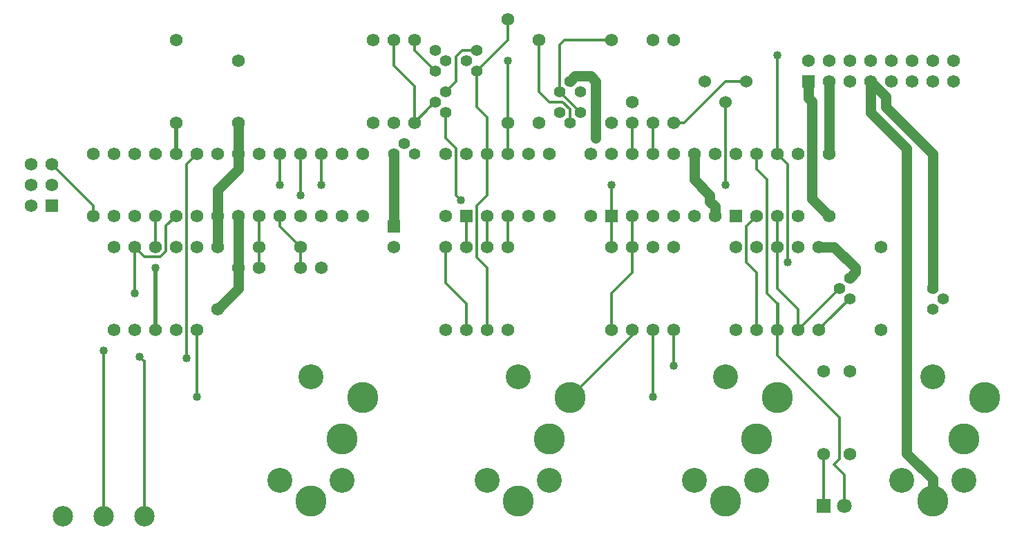
<source format=gbr>
G04 #@! TF.GenerationSoftware,KiCad,Pcbnew,(5.0.2)-1*
G04 #@! TF.CreationDate,2019-01-01T20:43:38-08:00*
G04 #@! TF.ProjectId,500-1065,3530302d-3130-4363-952e-6b696361645f,rev?*
G04 #@! TF.SameCoordinates,Original*
G04 #@! TF.FileFunction,Copper,L1,Top*
G04 #@! TF.FilePolarity,Positive*
%FSLAX46Y46*%
G04 Gerber Fmt 4.6, Leading zero omitted, Abs format (unit mm)*
G04 Created by KiCad (PCBNEW (5.0.2)-1) date 1/1/2019 8:43:38 PM*
%MOMM*%
%LPD*%
G01*
G04 APERTURE LIST*
G04 #@! TA.AperFunction,ComponentPad*
%ADD10C,1.574800*%
G04 #@! TD*
G04 #@! TA.AperFunction,ComponentPad*
%ADD11R,1.574800X1.574800*%
G04 #@! TD*
G04 #@! TA.AperFunction,ComponentPad*
%ADD12C,3.048000*%
G04 #@! TD*
G04 #@! TA.AperFunction,ComponentPad*
%ADD13C,3.810000*%
G04 #@! TD*
G04 #@! TA.AperFunction,ComponentPad*
%ADD14C,1.397000*%
G04 #@! TD*
G04 #@! TA.AperFunction,ComponentPad*
%ADD15C,2.500000*%
G04 #@! TD*
G04 #@! TA.AperFunction,ComponentPad*
%ADD16C,1.524000*%
G04 #@! TD*
G04 #@! TA.AperFunction,ComponentPad*
%ADD17R,1.800000X1.800000*%
G04 #@! TD*
G04 #@! TA.AperFunction,ComponentPad*
%ADD18C,1.800000*%
G04 #@! TD*
G04 #@! TA.AperFunction,ViaPad*
%ADD19C,1.016000*%
G04 #@! TD*
G04 #@! TA.AperFunction,Conductor*
%ADD20C,1.270000*%
G04 #@! TD*
G04 #@! TA.AperFunction,Conductor*
%ADD21C,0.304800*%
G04 #@! TD*
G04 #@! TA.AperFunction,Conductor*
%ADD22C,0.381000*%
G04 #@! TD*
G04 #@! TA.AperFunction,Conductor*
%ADD23C,0.508000*%
G04 #@! TD*
G04 APERTURE END LIST*
D10*
G04 #@! TO.P,P1,5*
G04 #@! TO.N,Net-(P1-Pad5)*
X69850000Y-54610000D03*
G04 #@! TO.P,P1,6*
G04 #@! TO.N,GND*
X67310000Y-54610000D03*
G04 #@! TO.P,P1,3*
G04 #@! TO.N,Net-(P1-Pad3)*
X69850000Y-57150000D03*
G04 #@! TO.P,P1,4*
G04 #@! TO.N,Net-(P1-Pad4)*
X67310000Y-57150000D03*
D11*
G04 #@! TO.P,P1,1*
G04 #@! TO.N,Net-(P1-Pad1)*
X69850000Y-59690000D03*
D10*
G04 #@! TO.P,P1,2*
G04 #@! TO.N,VCC*
X67310000Y-59690000D03*
G04 #@! TD*
G04 #@! TO.P,C1,2*
G04 #@! TO.N,GND*
X102870000Y-67310000D03*
G04 #@! TO.P,C1,1*
G04 #@! TO.N,Net-(C1-Pad1)*
X100330000Y-67310000D03*
G04 #@! TD*
G04 #@! TO.P,C2,1*
G04 #@! TO.N,Net-(C2-Pad1)*
X95250000Y-67310000D03*
G04 #@! TO.P,C2,2*
G04 #@! TO.N,GND*
X92710000Y-67310000D03*
G04 #@! TD*
G04 #@! TO.P,C4,2*
G04 #@! TO.N,GND*
X111760000Y-64770000D03*
D11*
G04 #@! TO.P,C4,1*
G04 #@! TO.N,VCC*
X111760000Y-62230000D03*
G04 #@! TD*
D10*
G04 #@! TO.P,C5,1*
G04 #@! TO.N,Net-(C5-Pad1)*
X125730000Y-49530000D03*
G04 #@! TO.P,C5,2*
G04 #@! TO.N,Net-(C5-Pad2)*
X125730000Y-36830000D03*
G04 #@! TD*
G04 #@! TO.P,C6,1*
G04 #@! TO.N,+15V0*
X118110000Y-53340000D03*
G04 #@! TO.P,C6,2*
G04 #@! TO.N,GND*
X118110000Y-60960000D03*
G04 #@! TD*
G04 #@! TO.P,C7,2*
G04 #@! TO.N,GND*
X130810000Y-53340000D03*
G04 #@! TO.P,C7,1*
G04 #@! TO.N,-15V0*
X130810000Y-60960000D03*
G04 #@! TD*
G04 #@! TO.P,C8,1*
G04 #@! TO.N,Net-(C8-Pad1)*
X140970000Y-46990000D03*
G04 #@! TO.P,C8,2*
G04 #@! TO.N,Net-(C8-Pad2)*
X140970000Y-49530000D03*
G04 #@! TD*
G04 #@! TO.P,C9,1*
G04 #@! TO.N,+15V0*
X135890000Y-53340000D03*
G04 #@! TO.P,C9,2*
G04 #@! TO.N,GND*
X135890000Y-60960000D03*
G04 #@! TD*
G04 #@! TO.P,C10,2*
G04 #@! TO.N,GND*
X148590000Y-53340000D03*
G04 #@! TO.P,C10,1*
G04 #@! TO.N,-15V0*
X148590000Y-60960000D03*
G04 #@! TD*
G04 #@! TO.P,D1,2*
G04 #@! TO.N,Net-(D1-Pad2)*
X82550000Y-64770000D03*
G04 #@! TO.P,D1,1*
G04 #@! TO.N,VCC*
X82550000Y-74930000D03*
G04 #@! TD*
G04 #@! TO.P,D2,1*
G04 #@! TO.N,Net-(D1-Pad2)*
X85090000Y-64770000D03*
G04 #@! TO.P,D2,2*
G04 #@! TO.N,GND*
X85090000Y-74930000D03*
G04 #@! TD*
G04 #@! TO.P,D3,1*
G04 #@! TO.N,Net-(D3-Pad1)*
X120650000Y-64770000D03*
G04 #@! TO.P,D3,2*
G04 #@! TO.N,Net-(D3-Pad2)*
X120650000Y-74930000D03*
G04 #@! TD*
G04 #@! TO.P,D4,2*
G04 #@! TO.N,Net-(D4-Pad2)*
X80010000Y-64770000D03*
G04 #@! TO.P,D4,1*
G04 #@! TO.N,VCC*
X80010000Y-74930000D03*
G04 #@! TD*
G04 #@! TO.P,D5,1*
G04 #@! TO.N,Net-(D4-Pad2)*
X77470000Y-64770000D03*
G04 #@! TO.P,D5,2*
G04 #@! TO.N,GND*
X77470000Y-74930000D03*
G04 #@! TD*
D12*
G04 #@! TO.P,J1,*
G04 #@! TO.N,*
X97790000Y-93421200D03*
X101600000Y-80721200D03*
D13*
G04 #@! TO.P,J1,3*
G04 #@! TO.N,Net-(J1-Pad3)*
X107950000Y-83261200D03*
G04 #@! TO.P,J1,2*
G04 #@! TO.N,GND*
X105410000Y-88341200D03*
D12*
G04 #@! TO.P,J1,*
G04 #@! TO.N,*
X105410000Y-93421200D03*
D13*
G04 #@! TO.P,J1,1*
G04 #@! TO.N,GND*
X101600000Y-95961200D03*
G04 #@! TD*
G04 #@! TO.P,J2,1*
G04 #@! TO.N,GND*
X127000000Y-95961200D03*
D12*
G04 #@! TO.P,J2,*
G04 #@! TO.N,*
X130810000Y-93421200D03*
D13*
G04 #@! TO.P,J2,2*
G04 #@! TO.N,GND*
X130810000Y-88341200D03*
G04 #@! TO.P,J2,3*
G04 #@! TO.N,Net-(J2-Pad3)*
X133350000Y-83261200D03*
D12*
G04 #@! TO.P,J2,*
G04 #@! TO.N,*
X127000000Y-80721200D03*
X123190000Y-93421200D03*
G04 #@! TD*
G04 #@! TO.P,J3,*
G04 #@! TO.N,*
X148590000Y-93421200D03*
X152400000Y-80721200D03*
D13*
G04 #@! TO.P,J3,3*
G04 #@! TO.N,Net-(J3-Pad3)*
X158750000Y-83261200D03*
G04 #@! TO.P,J3,2*
G04 #@! TO.N,GND*
X156210000Y-88341200D03*
D12*
G04 #@! TO.P,J3,*
G04 #@! TO.N,*
X156210000Y-93421200D03*
D13*
G04 #@! TO.P,J3,1*
G04 #@! TO.N,GND*
X152400000Y-95961200D03*
G04 #@! TD*
G04 #@! TO.P,J4,1*
G04 #@! TO.N,GND*
X177800000Y-95961200D03*
D12*
G04 #@! TO.P,J4,*
G04 #@! TO.N,*
X181610000Y-93421200D03*
D13*
G04 #@! TO.P,J4,2*
G04 #@! TO.N,N/C*
X181610000Y-88341200D03*
G04 #@! TO.P,J4,3*
G04 #@! TO.N,Net-(J4-Pad3)*
X184150000Y-83261200D03*
D12*
G04 #@! TO.P,J4,*
G04 #@! TO.N,*
X177800000Y-80721200D03*
X173990000Y-93421200D03*
G04 #@! TD*
D11*
G04 #@! TO.P,P2,1*
G04 #@! TO.N,-15V0*
X162560000Y-44450000D03*
D10*
G04 #@! TO.P,P2,2*
X162560000Y-41910000D03*
G04 #@! TO.P,P2,3*
G04 #@! TO.N,GND*
X165100000Y-44450000D03*
G04 #@! TO.P,P2,4*
X165100000Y-41910000D03*
G04 #@! TO.P,P2,5*
X167640000Y-44450000D03*
G04 #@! TO.P,P2,6*
X167640000Y-41910000D03*
G04 #@! TO.P,P2,7*
X170180000Y-44450000D03*
G04 #@! TO.P,P2,8*
X170180000Y-41910000D03*
G04 #@! TO.P,P2,9*
G04 #@! TO.N,+15V0*
X172720000Y-44450000D03*
G04 #@! TO.P,P2,10*
X172720000Y-41910000D03*
G04 #@! TO.P,P2,11*
G04 #@! TO.N,N/C*
X175260000Y-44450000D03*
G04 #@! TO.P,P2,12*
X175260000Y-41910000D03*
G04 #@! TO.P,P2,13*
X177800000Y-44450000D03*
G04 #@! TO.P,P2,14*
X177800000Y-41910000D03*
G04 #@! TO.P,P2,15*
X180340000Y-44450000D03*
G04 #@! TO.P,P2,16*
X180340000Y-41910000D03*
G04 #@! TD*
D14*
G04 #@! TO.P,Q1,1*
G04 #@! TO.N,Net-(Q1-Pad1)*
X116840000Y-40640000D03*
G04 #@! TO.P,Q1,2*
G04 #@! TO.N,GND*
X118110000Y-41910000D03*
G04 #@! TO.P,Q1,3*
G04 #@! TO.N,Net-(Q1-Pad3)*
X116840000Y-43180000D03*
G04 #@! TD*
G04 #@! TO.P,Q2,3*
G04 #@! TO.N,Net-(Q2-Pad3)*
X118110000Y-45720000D03*
G04 #@! TO.P,Q2,2*
G04 #@! TO.N,Net-(Q2-Pad2)*
X116840000Y-46990000D03*
G04 #@! TO.P,Q2,1*
G04 #@! TO.N,-15V0*
X118110000Y-48260000D03*
G04 #@! TD*
G04 #@! TO.P,Q3,1*
G04 #@! TO.N,Net-(C5-Pad2)*
X121920000Y-43180000D03*
G04 #@! TO.P,Q3,2*
G04 #@! TO.N,Net-(C5-Pad1)*
X120650000Y-41910000D03*
G04 #@! TO.P,Q3,3*
G04 #@! TO.N,Net-(Q2-Pad3)*
X121920000Y-40640000D03*
G04 #@! TD*
G04 #@! TO.P,Q4,2*
G04 #@! TO.N,Net-(Q4-Pad2)*
X133350000Y-49530000D03*
G04 #@! TO.P,Q4,3*
G04 #@! TO.N,Net-(C5-Pad1)*
X132080000Y-48260000D03*
G04 #@! TO.P,Q4,1*
G04 #@! TO.N,Net-(Q4-Pad1)*
X134620000Y-48260000D03*
G04 #@! TO.P,Q4,6*
G04 #@! TO.N,Net-(C8-Pad1)*
X134620000Y-45720000D03*
G04 #@! TO.P,Q4,4*
G04 #@! TO.N,Net-(Q4-Pad1)*
X132080000Y-45720000D03*
G04 #@! TO.P,Q4,5*
G04 #@! TO.N,GND*
X133350000Y-44450000D03*
G04 #@! TD*
D15*
G04 #@! TO.P,R1,2*
G04 #@! TO.N,Net-(R1-Pad2)*
X76200000Y-97800000D03*
G04 #@! TO.P,R1,3*
G04 #@! TO.N,GND*
X71200000Y-97800000D03*
G04 #@! TO.P,R1,1*
G04 #@! TO.N,Net-(R1-Pad1)*
X81200000Y-97800000D03*
G04 #@! TD*
D10*
G04 #@! TO.P,R2,2*
G04 #@! TO.N,Net-(D1-Pad2)*
X87630000Y-64770000D03*
G04 #@! TO.P,R2,1*
G04 #@! TO.N,Net-(J1-Pad3)*
X87630000Y-74930000D03*
G04 #@! TD*
G04 #@! TO.P,R3,2*
G04 #@! TO.N,Net-(R3-Pad2)*
X140970000Y-64770000D03*
G04 #@! TO.P,R3,1*
G04 #@! TO.N,Net-(J2-Pad3)*
X140970000Y-74930000D03*
G04 #@! TD*
G04 #@! TO.P,R4,1*
G04 #@! TO.N,Net-(J3-Pad3)*
X143510000Y-74930000D03*
G04 #@! TO.P,R4,2*
G04 #@! TO.N,Net-(R3-Pad2)*
X143510000Y-64770000D03*
G04 #@! TD*
G04 #@! TO.P,R5,2*
G04 #@! TO.N,Net-(R3-Pad2)*
X146050000Y-64770000D03*
G04 #@! TO.P,R5,1*
G04 #@! TO.N,Net-(R1-Pad2)*
X146050000Y-74930000D03*
G04 #@! TD*
G04 #@! TO.P,R6,1*
G04 #@! TO.N,Net-(R6-Pad1)*
X85090000Y-49530000D03*
G04 #@! TO.P,R6,2*
G04 #@! TO.N,Net-(Q1-Pad1)*
X85090000Y-39370000D03*
G04 #@! TD*
G04 #@! TO.P,R7,1*
G04 #@! TO.N,Net-(R3-Pad2)*
X138430000Y-74930000D03*
G04 #@! TO.P,R7,2*
G04 #@! TO.N,Net-(R10-Pad1)*
X138430000Y-64770000D03*
G04 #@! TD*
G04 #@! TO.P,R8,1*
G04 #@! TO.N,Net-(Q1-Pad3)*
X114300000Y-39370000D03*
G04 #@! TO.P,R8,2*
G04 #@! TO.N,Net-(Q2-Pad2)*
X114300000Y-49530000D03*
G04 #@! TD*
G04 #@! TO.P,R9,2*
G04 #@! TO.N,-15V0*
X111760000Y-49530000D03*
G04 #@! TO.P,R9,1*
G04 #@! TO.N,Net-(Q2-Pad2)*
X111760000Y-39370000D03*
G04 #@! TD*
D16*
G04 #@! TO.P,R10,1*
G04 #@! TO.N,Net-(R10-Pad1)*
X149860000Y-44450000D03*
G04 #@! TO.P,R10,2*
X152400000Y-46990000D03*
G04 #@! TO.P,R10,3*
G04 #@! TO.N,Net-(R10-Pad3)*
X154940000Y-44450000D03*
G04 #@! TD*
D10*
G04 #@! TO.P,R11,2*
G04 #@! TO.N,Net-(Q4-Pad2)*
X146050000Y-39370000D03*
G04 #@! TO.P,R11,1*
G04 #@! TO.N,Net-(R10-Pad3)*
X146050000Y-49530000D03*
G04 #@! TD*
G04 #@! TO.P,R12,1*
G04 #@! TO.N,/OUT*
X167640000Y-80010000D03*
G04 #@! TO.P,R12,2*
G04 #@! TO.N,Net-(J4-Pad3)*
X167640000Y-90170000D03*
G04 #@! TD*
G04 #@! TO.P,R13,1*
G04 #@! TO.N,Net-(Q4-Pad2)*
X129540000Y-39370000D03*
G04 #@! TO.P,R13,2*
G04 #@! TO.N,GND*
X129540000Y-49530000D03*
G04 #@! TD*
G04 #@! TO.P,R14,2*
G04 #@! TO.N,Net-(Q2-Pad3)*
X109220000Y-39370000D03*
G04 #@! TO.P,R14,1*
G04 #@! TO.N,GND*
X109220000Y-49530000D03*
G04 #@! TD*
G04 #@! TO.P,R15,2*
G04 #@! TO.N,Net-(R15-Pad2)*
X125730000Y-64770000D03*
G04 #@! TO.P,R15,1*
G04 #@! TO.N,Net-(R1-Pad1)*
X125730000Y-74930000D03*
G04 #@! TD*
G04 #@! TO.P,R16,1*
G04 #@! TO.N,Net-(C5-Pad2)*
X123190000Y-74930000D03*
G04 #@! TO.P,R16,2*
G04 #@! TO.N,Net-(R16-Pad2)*
X123190000Y-64770000D03*
G04 #@! TD*
G04 #@! TO.P,R17,2*
G04 #@! TO.N,+15V0*
X158750000Y-74930000D03*
G04 #@! TO.P,R17,1*
G04 #@! TO.N,Net-(R17-Pad1)*
X158750000Y-64770000D03*
G04 #@! TD*
G04 #@! TO.P,R18,2*
G04 #@! TO.N,Net-(R18-Pad2)*
X161290000Y-64770000D03*
G04 #@! TO.P,R18,1*
G04 #@! TO.N,Net-(R17-Pad1)*
X161290000Y-74930000D03*
G04 #@! TD*
G04 #@! TO.P,R19,1*
G04 #@! TO.N,Net-(R18-Pad2)*
X163830000Y-74930000D03*
G04 #@! TO.P,R19,2*
G04 #@! TO.N,GND*
X163830000Y-64770000D03*
G04 #@! TD*
G04 #@! TO.P,R20,1*
G04 #@! TO.N,Net-(Q4-Pad1)*
X138430000Y-39370000D03*
G04 #@! TO.P,R20,2*
G04 #@! TO.N,Net-(C8-Pad2)*
X138430000Y-49530000D03*
G04 #@! TD*
G04 #@! TO.P,R21,2*
G04 #@! TO.N,Net-(C8-Pad1)*
X143510000Y-49530000D03*
G04 #@! TO.P,R21,1*
G04 #@! TO.N,Net-(R1-Pad1)*
X143510000Y-39370000D03*
G04 #@! TD*
G04 #@! TO.P,R22,1*
G04 #@! TO.N,Net-(D3-Pad2)*
X118110000Y-64770000D03*
G04 #@! TO.P,R22,2*
G04 #@! TO.N,Net-(D4-Pad2)*
X118110000Y-74930000D03*
G04 #@! TD*
G04 #@! TO.P,R23,1*
G04 #@! TO.N,Net-(R23-Pad1)*
X156210000Y-74930000D03*
G04 #@! TO.P,R23,2*
G04 #@! TO.N,GND*
X156210000Y-64770000D03*
G04 #@! TD*
G04 #@! TO.P,R24,2*
G04 #@! TO.N,Net-(R23-Pad1)*
X153670000Y-74930000D03*
G04 #@! TO.P,R24,1*
G04 #@! TO.N,Net-(R1-Pad1)*
X153670000Y-64770000D03*
G04 #@! TD*
G04 #@! TO.P,U1,28*
G04 #@! TO.N,N/C*
X74930000Y-53340000D03*
G04 #@! TO.P,U1,1*
G04 #@! TO.N,Net-(P1-Pad5)*
X74930000Y-60960000D03*
G04 #@! TO.P,U1,27*
G04 #@! TO.N,N/C*
X77470000Y-53340000D03*
G04 #@! TO.P,U1,2*
X77470000Y-60960000D03*
G04 #@! TO.P,U1,26*
X80010000Y-53340000D03*
G04 #@! TO.P,U1,3*
X80010000Y-60960000D03*
G04 #@! TO.P,U1,25*
X82550000Y-53340000D03*
G04 #@! TO.P,U1,4*
G04 #@! TO.N,Net-(D1-Pad2)*
X82550000Y-60960000D03*
G04 #@! TO.P,U1,24*
G04 #@! TO.N,Net-(R6-Pad1)*
X85090000Y-53340000D03*
G04 #@! TO.P,U1,5*
G04 #@! TO.N,Net-(D4-Pad2)*
X85090000Y-60960000D03*
G04 #@! TO.P,U1,23*
G04 #@! TO.N,/OUT*
X87630000Y-53340000D03*
G04 #@! TO.P,U1,6*
G04 #@! TO.N,N/C*
X87630000Y-60960000D03*
G04 #@! TO.P,U1,22*
G04 #@! TO.N,GND*
X90170000Y-53340000D03*
G04 #@! TO.P,U1,7*
G04 #@! TO.N,VCC*
X90170000Y-60960000D03*
G04 #@! TO.P,U1,21*
X92710000Y-53340000D03*
G04 #@! TO.P,U1,8*
G04 #@! TO.N,GND*
X92710000Y-60960000D03*
G04 #@! TO.P,U1,20*
G04 #@! TO.N,N/C*
X95250000Y-53340000D03*
G04 #@! TO.P,U1,9*
G04 #@! TO.N,Net-(C2-Pad1)*
X95250000Y-60960000D03*
G04 #@! TO.P,U1,19*
G04 #@! TO.N,Net-(P1-Pad3)*
X97790000Y-53340000D03*
G04 #@! TO.P,U1,10*
G04 #@! TO.N,Net-(C1-Pad1)*
X97790000Y-60960000D03*
G04 #@! TO.P,U1,18*
G04 #@! TO.N,Net-(P1-Pad1)*
X100330000Y-53340000D03*
G04 #@! TO.P,U1,11*
G04 #@! TO.N,N/C*
X100330000Y-60960000D03*
G04 #@! TO.P,U1,17*
G04 #@! TO.N,Net-(P1-Pad4)*
X102870000Y-53340000D03*
G04 #@! TO.P,U1,12*
G04 #@! TO.N,N/C*
X102870000Y-60960000D03*
G04 #@! TO.P,U1,16*
X105410000Y-53340000D03*
G04 #@! TO.P,U1,13*
X105410000Y-60960000D03*
G04 #@! TO.P,U1,15*
X107950000Y-53340000D03*
G04 #@! TO.P,U1,14*
X107950000Y-60960000D03*
G04 #@! TD*
D14*
G04 #@! TO.P,U2,1*
G04 #@! TO.N,VCC*
X111760000Y-53340000D03*
G04 #@! TO.P,U2,2*
G04 #@! TO.N,GND*
X113030000Y-52070000D03*
G04 #@! TO.P,U2,3*
G04 #@! TO.N,+15V0*
X114300000Y-53340000D03*
G04 #@! TD*
D11*
G04 #@! TO.P,U3,1*
G04 #@! TO.N,Net-(D3-Pad1)*
X120650000Y-60960000D03*
D10*
G04 #@! TO.P,U3,2*
G04 #@! TO.N,Net-(R16-Pad2)*
X123190000Y-60960000D03*
G04 #@! TO.P,U3,3*
G04 #@! TO.N,Net-(R15-Pad2)*
X125730000Y-60960000D03*
G04 #@! TO.P,U3,4*
G04 #@! TO.N,-15V0*
X128270000Y-60960000D03*
G04 #@! TO.P,U3,5*
G04 #@! TO.N,GND*
X128270000Y-53340000D03*
G04 #@! TO.P,U3,6*
G04 #@! TO.N,Net-(C5-Pad1)*
X125730000Y-53340000D03*
G04 #@! TO.P,U3,7*
G04 #@! TO.N,Net-(C5-Pad2)*
X123190000Y-53340000D03*
G04 #@! TO.P,U3,8*
G04 #@! TO.N,+15V0*
X120650000Y-53340000D03*
G04 #@! TD*
G04 #@! TO.P,U4,8*
G04 #@! TO.N,+15V0*
X138430000Y-53340000D03*
G04 #@! TO.P,U4,7*
G04 #@! TO.N,Net-(C8-Pad2)*
X140970000Y-53340000D03*
G04 #@! TO.P,U4,6*
G04 #@! TO.N,Net-(C8-Pad1)*
X143510000Y-53340000D03*
G04 #@! TO.P,U4,5*
G04 #@! TO.N,GND*
X146050000Y-53340000D03*
G04 #@! TO.P,U4,4*
G04 #@! TO.N,-15V0*
X146050000Y-60960000D03*
G04 #@! TO.P,U4,3*
G04 #@! TO.N,GND*
X143510000Y-60960000D03*
G04 #@! TO.P,U4,2*
G04 #@! TO.N,Net-(R3-Pad2)*
X140970000Y-60960000D03*
D11*
G04 #@! TO.P,U4,1*
G04 #@! TO.N,Net-(R10-Pad1)*
X138430000Y-60960000D03*
G04 #@! TD*
D14*
G04 #@! TO.P,U5,3*
G04 #@! TO.N,GND*
X167640000Y-68580000D03*
G04 #@! TO.P,U5,2*
G04 #@! TO.N,Net-(R17-Pad1)*
X166370000Y-69850000D03*
G04 #@! TO.P,U5,1*
G04 #@! TO.N,Net-(R18-Pad2)*
X167640000Y-71120000D03*
G04 #@! TD*
D11*
G04 #@! TO.P,U7,1*
G04 #@! TO.N,N/C*
X153670000Y-60960000D03*
D10*
G04 #@! TO.P,U7,2*
G04 #@! TO.N,Net-(R23-Pad1)*
X156210000Y-60960000D03*
G04 #@! TO.P,U7,3*
G04 #@! TO.N,Net-(R17-Pad1)*
X158750000Y-60960000D03*
G04 #@! TO.P,U7,4*
G04 #@! TO.N,-15V0*
X161290000Y-60960000D03*
G04 #@! TO.P,U7,5*
G04 #@! TO.N,N/C*
X161290000Y-53340000D03*
G04 #@! TO.P,U7,6*
G04 #@! TO.N,Net-(R1-Pad1)*
X158750000Y-53340000D03*
G04 #@! TO.P,U7,7*
G04 #@! TO.N,+15V0*
X156210000Y-53340000D03*
G04 #@! TO.P,U7,8*
G04 #@! TO.N,N/C*
X153670000Y-53340000D03*
G04 #@! TD*
G04 #@! TO.P,Y1,1*
G04 #@! TO.N,Net-(C1-Pad1)*
X100330000Y-64770000D03*
G04 #@! TO.P,Y1,2*
G04 #@! TO.N,Net-(C2-Pad1)*
X95250000Y-64770000D03*
G04 #@! TD*
G04 #@! TO.P,C11,1*
G04 #@! TO.N,+15V0*
X151130000Y-53340000D03*
G04 #@! TO.P,C11,2*
G04 #@! TO.N,GND*
X151130000Y-60960000D03*
G04 #@! TD*
G04 #@! TO.P,C12,2*
G04 #@! TO.N,GND*
X165100000Y-53340000D03*
G04 #@! TO.P,C12,1*
G04 #@! TO.N,-15V0*
X165100000Y-60960000D03*
G04 #@! TD*
G04 #@! TO.P,C13,1*
G04 #@! TO.N,VCC*
X90170000Y-64770000D03*
G04 #@! TO.P,C13,2*
G04 #@! TO.N,GND*
X90170000Y-72390000D03*
G04 #@! TD*
G04 #@! TO.P,C14,2*
G04 #@! TO.N,GND*
X92710000Y-41910000D03*
G04 #@! TO.P,C14,1*
G04 #@! TO.N,VCC*
X92710000Y-49530000D03*
G04 #@! TD*
D14*
G04 #@! TO.P,Q5,1*
G04 #@! TO.N,GND*
X177800000Y-69850000D03*
G04 #@! TO.P,Q5,2*
G04 #@! TO.N,Net-(Q5-Pad2)*
X179070000Y-71120000D03*
G04 #@! TO.P,Q5,3*
G04 #@! TO.N,Net-(Q5-Pad3)*
X177800000Y-72390000D03*
G04 #@! TD*
D10*
G04 #@! TO.P,R25,1*
G04 #@! TO.N,/OUT*
X171450000Y-74930000D03*
G04 #@! TO.P,R25,2*
G04 #@! TO.N,Net-(Q5-Pad2)*
X171450000Y-64770000D03*
G04 #@! TD*
G04 #@! TO.P,R26,2*
G04 #@! TO.N,Net-(Q5-Pad3)*
X164465000Y-80010000D03*
G04 #@! TO.P,R26,1*
G04 #@! TO.N,Net-(D6-Pad1)*
X164465000Y-90170000D03*
G04 #@! TD*
D17*
G04 #@! TO.P,D6,1*
G04 #@! TO.N,Net-(D6-Pad1)*
X164465000Y-96520000D03*
D18*
G04 #@! TO.P,D6,2*
G04 #@! TO.N,+15V0*
X167005000Y-96520000D03*
G04 #@! TD*
D19*
G04 #@! TO.N,GND*
X136525000Y-51435000D03*
G04 #@! TO.N,VCC*
X82550000Y-67310000D03*
G04 #@! TO.N,Net-(C5-Pad1)*
X125730000Y-41910000D03*
G04 #@! TO.N,-15V0*
X120015000Y-59055000D03*
G04 #@! TO.N,Net-(D4-Pad2)*
X80010000Y-70485000D03*
G04 #@! TO.N,Net-(J1-Pad3)*
X87630000Y-83185000D03*
G04 #@! TO.N,Net-(J3-Pad3)*
X143510000Y-83185000D03*
G04 #@! TO.N,Net-(P1-Pad1)*
X100330000Y-58420000D03*
G04 #@! TO.N,Net-(P1-Pad4)*
X102870000Y-57150000D03*
G04 #@! TO.N,Net-(P1-Pad3)*
X97790000Y-57150000D03*
G04 #@! TO.N,Net-(R1-Pad2)*
X76200000Y-77470000D03*
X146050000Y-79375000D03*
G04 #@! TO.N,Net-(R1-Pad1)*
X158750000Y-41275000D03*
X160020000Y-66675000D03*
X80658952Y-78282810D03*
G04 #@! TO.N,Net-(R10-Pad1)*
X152400000Y-57150000D03*
X138430000Y-57150000D03*
G04 #@! TO.N,/OUT*
X86360000Y-78435210D03*
G04 #@! TD*
D20*
G04 #@! TO.N,GND*
X165100000Y-44450000D02*
X165100000Y-53340000D01*
X151130000Y-59846449D02*
X150495000Y-59211449D01*
X151130000Y-60960000D02*
X151130000Y-59846449D01*
X150495000Y-59211449D02*
X150495000Y-58420000D01*
X148590000Y-56515000D02*
X148590000Y-53340000D01*
X150495000Y-58420000D02*
X148590000Y-56515000D01*
X136525000Y-44450000D02*
X136525000Y-51435000D01*
X133350000Y-44450000D02*
X133985000Y-43815000D01*
X133985000Y-43815000D02*
X135890000Y-43815000D01*
X135890000Y-43815000D02*
X136525000Y-44450000D01*
X168338499Y-67881501D02*
X168338499Y-67373499D01*
X167640000Y-68580000D02*
X168338499Y-67881501D01*
X165735000Y-64770000D02*
X163830000Y-64770000D01*
X168338499Y-67373499D02*
X165735000Y-64770000D01*
X92710000Y-67310000D02*
X92710000Y-60960000D01*
X92710000Y-69850000D02*
X90170000Y-72390000D01*
X92710000Y-67310000D02*
X92710000Y-69850000D01*
X177800000Y-93267124D02*
X174625000Y-90092124D01*
X177800000Y-95961200D02*
X177800000Y-93267124D01*
X174625000Y-90092124D02*
X174625000Y-52705000D01*
X174625000Y-52705000D02*
X170180000Y-48260000D01*
X170180000Y-48260000D02*
X170180000Y-44450000D01*
X177800000Y-69850000D02*
X177800000Y-53340000D01*
X177800000Y-53340000D02*
X172085000Y-47625000D01*
X170967399Y-45237399D02*
X170180000Y-44450000D01*
X172085000Y-46355000D02*
X170967399Y-45237399D01*
X172085000Y-47625000D02*
X172085000Y-46355000D01*
D21*
G04 #@! TO.N,Net-(C1-Pad1)*
X97790000Y-62230000D02*
X100330000Y-64770000D01*
X97790000Y-60960000D02*
X97790000Y-62230000D01*
X100330000Y-64770000D02*
X100330000Y-67310000D01*
G04 #@! TO.N,Net-(C2-Pad1)*
X95250000Y-60960000D02*
X95250000Y-64770000D01*
X95250000Y-64770000D02*
X95250000Y-67310000D01*
D22*
G04 #@! TO.N,+15V0*
X158750000Y-74930000D02*
X158750000Y-72390000D01*
X158750000Y-72390000D02*
X158750000Y-71755000D01*
D21*
X158750000Y-71755000D02*
X157480000Y-70485000D01*
X157480000Y-70485000D02*
X157480000Y-56515000D01*
X157480000Y-56515000D02*
X156210000Y-55245000D01*
X156210000Y-55245000D02*
X156210000Y-53340000D01*
X167005000Y-96520000D02*
X167005000Y-92710000D01*
X167005000Y-92710000D02*
X165735000Y-91440000D01*
X165735000Y-91440000D02*
X166370000Y-90805000D01*
X166370000Y-90805000D02*
X166370000Y-85725000D01*
X158750000Y-78105000D02*
X158750000Y-74930000D01*
X166370000Y-85725000D02*
X158750000Y-78105000D01*
D20*
G04 #@! TO.N,VCC*
X92710000Y-49530000D02*
X92710000Y-53340000D01*
X90170000Y-64770000D02*
X90170000Y-60960000D01*
X111760000Y-62230000D02*
X111760000Y-53975000D01*
X111760000Y-53975000D02*
X111760000Y-53340000D01*
X92710000Y-53340000D02*
X92710000Y-55245000D01*
X92710000Y-55245000D02*
X90170000Y-57785000D01*
X90170000Y-57785000D02*
X90170000Y-60960000D01*
D23*
X82550000Y-74930000D02*
X82550000Y-67310000D01*
D21*
G04 #@! TO.N,Net-(C5-Pad1)*
X125730000Y-53340000D02*
X125730000Y-49530000D01*
X125730000Y-49530000D02*
X125730000Y-41910000D01*
G04 #@! TO.N,Net-(C5-Pad2)*
X123190000Y-58420000D02*
X123190000Y-53340000D01*
X121920000Y-59690000D02*
X123190000Y-58420000D01*
X121920000Y-66040000D02*
X121920000Y-59690000D01*
X123190000Y-74930000D02*
X123190000Y-67310000D01*
X123190000Y-67310000D02*
X121920000Y-66040000D01*
X125730000Y-39370000D02*
X121920000Y-43180000D01*
X125730000Y-36830000D02*
X125730000Y-39370000D01*
X123190000Y-48895000D02*
X123190000Y-53340000D01*
X121920000Y-43180000D02*
X121920000Y-47625000D01*
X121920000Y-47625000D02*
X123190000Y-48895000D01*
D20*
G04 #@! TO.N,-15V0*
X164312601Y-60172601D02*
X165100000Y-60960000D01*
X163017201Y-58877201D02*
X164312601Y-60172601D01*
X163017201Y-46964601D02*
X163017201Y-58877201D01*
X162560000Y-46507400D02*
X163017201Y-46964601D01*
X162560000Y-44450000D02*
X162560000Y-46507400D01*
D21*
X118110000Y-48260000D02*
X118110000Y-51435000D01*
X119405399Y-58445399D02*
X120015000Y-59055000D01*
X118110000Y-51435000D02*
X119405399Y-52730399D01*
X119405399Y-52730399D02*
X119405399Y-58445399D01*
G04 #@! TO.N,Net-(C8-Pad1)*
X143510000Y-53340000D02*
X143510000Y-49530000D01*
G04 #@! TO.N,Net-(C8-Pad2)*
X140970000Y-53340000D02*
X140970000Y-49530000D01*
G04 #@! TO.N,Net-(D1-Pad2)*
X82550000Y-60960000D02*
X82550000Y-64770000D01*
G04 #@! TO.N,Net-(D3-Pad1)*
X120650000Y-62052200D02*
X120650000Y-64770000D01*
X120650000Y-60960000D02*
X120650000Y-62052200D01*
G04 #@! TO.N,Net-(D3-Pad2)*
X120650000Y-71755000D02*
X120650000Y-74930000D01*
X118110000Y-64770000D02*
X118110000Y-69215000D01*
X118110000Y-69215000D02*
X120650000Y-71755000D01*
G04 #@! TO.N,Net-(D4-Pad2)*
X80797399Y-65557399D02*
X80010000Y-64770000D01*
X81254601Y-66014601D02*
X80797399Y-65557399D01*
X83147409Y-66014601D02*
X81254601Y-66014601D01*
X83845399Y-65316611D02*
X83147409Y-66014601D01*
X83845399Y-62204601D02*
X83845399Y-65316611D01*
X85090000Y-60960000D02*
X83845399Y-62204601D01*
X80010000Y-70485000D02*
X80010000Y-64770000D01*
G04 #@! TO.N,Net-(J1-Pad3)*
X87630000Y-83185000D02*
X87630000Y-74930000D01*
G04 #@! TO.N,Net-(J2-Pad3)*
X140970000Y-75641200D02*
X140970000Y-74930000D01*
X133350000Y-83261200D02*
X140970000Y-75641200D01*
G04 #@! TO.N,Net-(J3-Pad3)*
X143510000Y-83185000D02*
X143510000Y-74930000D01*
G04 #@! TO.N,Net-(P1-Pad1)*
X100330000Y-58420000D02*
X100330000Y-53340000D01*
G04 #@! TO.N,Net-(P1-Pad4)*
X102870000Y-57150000D02*
X102870000Y-53340000D01*
G04 #@! TO.N,Net-(P1-Pad3)*
X97790000Y-57150000D02*
X97790000Y-53340000D01*
G04 #@! TO.N,Net-(P1-Pad5)*
X74930000Y-59690000D02*
X74930000Y-60960000D01*
X69850000Y-54610000D02*
X74930000Y-59690000D01*
G04 #@! TO.N,Net-(Q1-Pad3)*
X114300000Y-40640000D02*
X116840000Y-43180000D01*
X114300000Y-39370000D02*
X114300000Y-40640000D01*
G04 #@! TO.N,Net-(Q2-Pad3)*
X119380000Y-44450000D02*
X118110000Y-45720000D01*
X119380000Y-41469562D02*
X119380000Y-44450000D01*
X121920000Y-40640000D02*
X120209562Y-40640000D01*
X120209562Y-40640000D02*
X119380000Y-41469562D01*
G04 #@! TO.N,Net-(Q2-Pad2)*
X116141501Y-47688499D02*
X114300000Y-49530000D01*
X116840000Y-46990000D02*
X116141501Y-47688499D01*
X111760000Y-39370000D02*
X111760000Y-42545000D01*
X114300000Y-45085000D02*
X114300000Y-49530000D01*
X111760000Y-42545000D02*
X114300000Y-45085000D01*
G04 #@! TO.N,Net-(Q4-Pad2)*
X133350000Y-47852120D02*
X133350000Y-48542172D01*
X133350000Y-48542172D02*
X133350000Y-49530000D01*
X130810000Y-46990000D02*
X132487880Y-46990000D01*
X129540000Y-45720000D02*
X130810000Y-46990000D01*
X129540000Y-39370000D02*
X129540000Y-45720000D01*
X132487880Y-46990000D02*
X133350000Y-47852120D01*
G04 #@! TO.N,Net-(Q4-Pad1)*
X132080000Y-45720000D02*
X134620000Y-48260000D01*
X132080000Y-45720000D02*
X132080000Y-40005000D01*
X132080000Y-40005000D02*
X132715000Y-39370000D01*
X132715000Y-39370000D02*
X138430000Y-39370000D01*
G04 #@! TO.N,Net-(R1-Pad2)*
X76200000Y-97800000D02*
X76200000Y-77470000D01*
X146050000Y-79375000D02*
X146050000Y-74930000D01*
G04 #@! TO.N,Net-(R1-Pad1)*
X158750000Y-41275000D02*
X158750000Y-53340000D01*
X158750000Y-53340000D02*
X160020000Y-54610000D01*
X160020000Y-54610000D02*
X160020000Y-66675000D01*
X81200000Y-78823858D02*
X81166951Y-78790809D01*
X81166951Y-78790809D02*
X80658952Y-78282810D01*
X81200000Y-97800000D02*
X81200000Y-78823858D01*
G04 #@! TO.N,Net-(R3-Pad2)*
X140970000Y-60960000D02*
X140970000Y-64770000D01*
X140970000Y-64770000D02*
X140970000Y-67945000D01*
X140970000Y-67945000D02*
X138430000Y-70485000D01*
X138430000Y-70485000D02*
X138430000Y-74930000D01*
D23*
G04 #@! TO.N,Net-(R6-Pad1)*
X85090000Y-49530000D02*
X85090000Y-53340000D01*
D21*
G04 #@! TO.N,Net-(R10-Pad1)*
X138430000Y-60960000D02*
X138430000Y-64770000D01*
X152400000Y-46990000D02*
X152400000Y-57150000D01*
X138430000Y-57150000D02*
X138430000Y-60960000D01*
G04 #@! TO.N,Net-(R10-Pad3)*
X154940000Y-44450000D02*
X152400000Y-44450000D01*
X152400000Y-44450000D02*
X147320000Y-49530000D01*
X147320000Y-49530000D02*
X146050000Y-49530000D01*
G04 #@! TO.N,Net-(R15-Pad2)*
X125730000Y-64770000D02*
X125730000Y-60960000D01*
G04 #@! TO.N,Net-(R16-Pad2)*
X123190000Y-64770000D02*
X123190000Y-60960000D01*
G04 #@! TO.N,Net-(R17-Pad1)*
X158750000Y-60960000D02*
X158750000Y-64770000D01*
X161290000Y-74930000D02*
X166370000Y-69850000D01*
X161290000Y-72390000D02*
X161290000Y-74930000D01*
X158750000Y-64770000D02*
X158750000Y-69850000D01*
X158750000Y-69850000D02*
X161290000Y-72390000D01*
G04 #@! TO.N,Net-(R18-Pad2)*
X164617399Y-74142601D02*
X167640000Y-71120000D01*
X163830000Y-74930000D02*
X164617399Y-74142601D01*
G04 #@! TO.N,Net-(R23-Pad1)*
X156210000Y-60960000D02*
X154940000Y-62230000D01*
X154940000Y-62230000D02*
X154940000Y-66675000D01*
X154940000Y-66675000D02*
X156210000Y-67945000D01*
X156210000Y-67945000D02*
X156210000Y-74930000D01*
G04 #@! TO.N,/OUT*
X86360000Y-54610000D02*
X86360000Y-77716790D01*
X86360000Y-77716790D02*
X86360000Y-78435210D01*
X87630000Y-53340000D02*
X86360000Y-54610000D01*
G04 #@! TO.N,Net-(D6-Pad1)*
X164465000Y-96520000D02*
X164465000Y-90170000D01*
G04 #@! TD*
M02*

</source>
